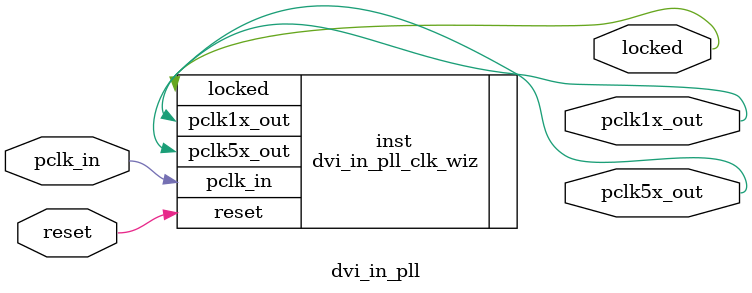
<source format=v>


`timescale 1ps/1ps

(* CORE_GENERATION_INFO = "dvi_in_pll,clk_wiz_v6_0_9_0_0,{component_name=dvi_in_pll,use_phase_alignment=true,use_min_o_jitter=false,use_max_i_jitter=false,use_dyn_phase_shift=false,use_inclk_switchover=false,use_dyn_reconfig=false,enable_axi=0,feedback_source=FDBK_AUTO,PRIMITIVE=MMCM,num_out_clk=2,clkin1_period=39.682,clkin2_period=10.0,use_power_down=false,use_reset=true,use_locked=true,use_inclk_stopped=false,feedback_type=SINGLE,CLOCK_MGR_TYPE=NA,manual_override=false}" *)

module dvi_in_pll 
 (
  // Clock out ports
  output        pclk1x_out,
  output        pclk5x_out,
  // Status and control signals
  input         reset,
  output        locked,
 // Clock in ports
  input         pclk_in
 );

  dvi_in_pll_clk_wiz inst
  (
  // Clock out ports  
  .pclk1x_out(pclk1x_out),
  .pclk5x_out(pclk5x_out),
  // Status and control signals               
  .reset(reset), 
  .locked(locked),
 // Clock in ports
  .pclk_in(pclk_in)
  );

endmodule

</source>
